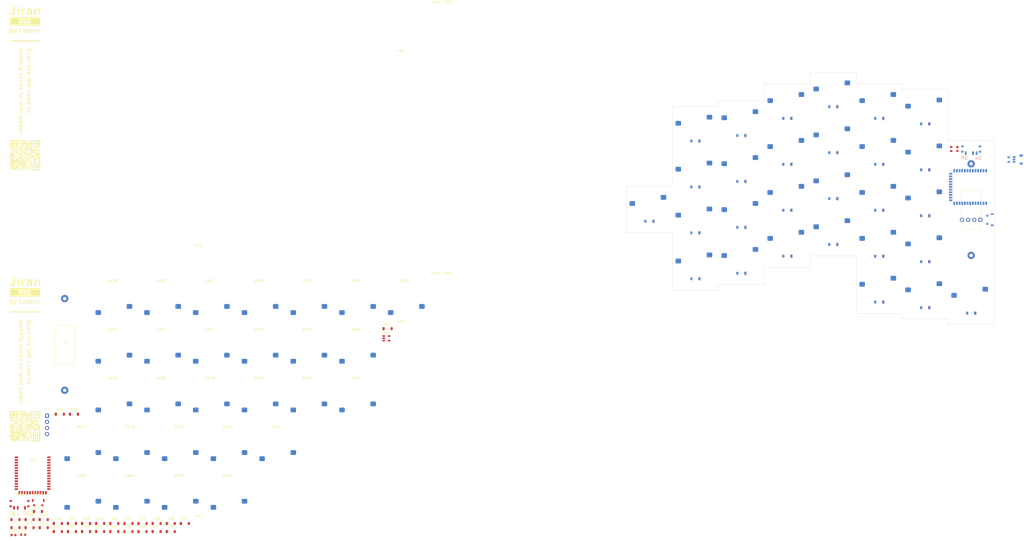
<source format=kicad_pcb>
(kicad_pcb (version 20210424) (generator pcbnew)
  (title_block (title "jiran-ble-lite") (date "2021-06-05") (rev "r0.1") (company "Ladniy"))
  (layers (0 "F.Cu" signal) (31 "B.Cu" signal) (34 "B.Paste" user) (35 "F.Paste" user) (36 "B.SilkS" user "B.Silkscreen") (37 "F.SilkS" user "F.Silkscreen") (38 "B.Mask" user) (39 "F.Mask" user) (44 "Edge.Cuts" user))
  (net 0 "")
  (net 1 "Net-(D1-Pad2)")
  (net 2 "/P0.23")
  (net 3 "Net-(D2-Pad2)")
  (net 4 "Net-(D3-Pad2)")
  (net 5 "Net-(D4-Pad2)")
  (net 6 "Net-(D5-Pad2)")
  (net 7 "Net-(D6-Pad2)")
  (net 8 "Net-(D7-Pad2)")
  (net 9 "/P0.21")
  (net 10 "Net-(D8-Pad2)")
  (net 11 "Net-(D9-Pad2)")
  (net 12 "Net-(D10-Pad2)")
  (net 13 "Net-(D11-Pad2)")
  (net 14 "Net-(D12-Pad2)")
  (net 15 "Net-(D13-Pad2)")
  (net 16 "/P0.19")
  (net 17 "Net-(D14-Pad2)")
  (net 18 "Net-(D15-Pad2)")
  (net 19 "Net-(D16-Pad2)")
  (net 20 "Net-(D17-Pad2)")
  (net 21 "Net-(D18-Pad2)")
  (net 22 "Net-(D19-Pad2)")
  (net 23 "/P1.03")
  (net 24 "Net-(D20-Pad2)")
  (net 25 "Net-(D21-Pad2)")
  (net 26 "Net-(D22-Pad2)")
  (net 27 "Net-(D23-Pad2)")
  (net 28 "Net-(D24-Pad2)")
  (net 29 "Net-(D25-Pad2)")
  (net 30 "/P1.01")
  (net 31 "Net-(D26-Pad2)")
  (net 32 "Net-(D27-Pad2)")
  (net 33 "Net-(D28-Pad2)")
  (net 34 "Net-(D29-Pad2)")
  (net 35 "Net-(D29-Pad1)")
  (net 36 "Net-(D30-Pad2)")
  (net 37 "/jiran-ble-lite-right/P0.23")
  (net 38 "Net-(D31-Pad2)")
  (net 39 "Net-(D32-Pad2)")
  (net 40 "Net-(D33-Pad2)")
  (net 41 "Net-(D34-Pad2)")
  (net 42 "Net-(D35-Pad2)")
  (net 43 "Net-(D36-Pad2)")
  (net 44 "/jiran-ble-lite-right/P0.21")
  (net 45 "Net-(D37-Pad2)")
  (net 46 "Net-(D38-Pad2)")
  (net 47 "Net-(D39-Pad2)")
  (net 48 "Net-(D40-Pad2)")
  (net 49 "Net-(D41-Pad2)")
  (net 50 "Net-(D42-Pad2)")
  (net 51 "/jiran-ble-lite-right/P0.19")
  (net 52 "Net-(D43-Pad2)")
  (net 53 "Net-(D44-Pad2)")
  (net 54 "Net-(D45-Pad2)")
  (net 55 "Net-(D46-Pad2)")
  (net 56 "Net-(D47-Pad2)")
  (net 57 "Net-(D48-Pad2)")
  (net 58 "/jiran-ble-lite-right/P1.03")
  (net 59 "Net-(D49-Pad2)")
  (net 60 "Net-(D50-Pad2)")
  (net 61 "Net-(D51-Pad2)")
  (net 62 "Net-(D52-Pad2)")
  (net 63 "Net-(D53-Pad2)")
  (net 64 "Net-(D54-Pad2)")
  (net 65 "/jiran-ble-lite-right/P1.01")
  (net 66 "Net-(D55-Pad2)")
  (net 67 "Net-(D56-Pad2)")
  (net 68 "Net-(D57-Pad2)")
  (net 69 "Net-(D58-Pad2)")
  (net 70 "Net-(D58-Pad1)")
  (net 71 "GND")
  (net 72 "/VBAT")
  (net 73 "/SWC")
  (net 74 "/SWD")
  (net 75 "/nRF_VDD")
  (net 76 "/jiran-ble-lite-right/VBAT")
  (net 77 "/jiran-ble-lite-right/SWC")
  (net 78 "/jiran-ble-lite-right/SWD")
  (net 79 "/jiran-ble-lite-right/nRF_VDD")
  (net 80 "/BLUE_LED")
  (net 81 "Net-(LED1-Pad1)")
  (net 82 "/jiran-ble-lite-right/BLUE_LED")
  (net 83 "Net-(LED2-Pad1)")
  (net 84 "/P0.03")
  (net 85 "/P0.02")
  (net 86 "/P0.28")
  (net 87 "/P0.29")
  (net 88 "/P0.30")
  (net 89 "/P0.31")
  (net 91 "/jiran-ble-lite-right/P0.03")
  (net 92 "/jiran-ble-lite-right/P0.02")
  (net 93 "/jiran-ble-lite-right/P0.28")
  (net 94 "/jiran-ble-lite-right/P0.29")
  (net 95 "/jiran-ble-lite-right/P0.30")
  (net 96 "/jiran-ble-lite-right/P0.31")
  (net 98 "/RESET")
  (net 99 "/jiran-ble-lite-right/RESET")
  (footprint "jiran-ble-lite:Switch_Mx_Hotswap_1u" (layer "F.Cu") (at -43.456 134.399)
    (fp_text reference "SW52")
    (fp_text value "SW_Push")
  )
  (footprint "jiran-ble-lite:Switch_Mx_Hotswap_1u" (layer "F.Cu") (at -83.856 154.599)
    (fp_text reference "SW47")
    (fp_text value "SW_Push")
  )
  (footprint "jiran-ble-lite:Hole_Mount_M4" (layer "F.Cu") (at -25.556 14.479)
    (fp_text reference "HM4")
    (fp_text value "CaseHole")
  )
  (footprint "jiran-ble-lite:SOT-23-5" (layer "F.Cu") (at -51.076 150.174)
    (fp_text reference "U4")
    (fp_text value "AP2112K-3.3")
  )
  (footprint "jiran-ble-lite:Switch_Mx_Hotswap_1u" (layer "F.Cu") (at -63.656 154.599)
    (fp_text reference "SW39")
    (fp_text value "SW_Push")
  )
  (footprint "jiran-ble-lite:D_SOD-123" (layer "F.Cu") (at -140.446 230.324)
    (fp_text reference "D39")
    (fp_text value "1N5819")
  )
  (footprint "jiran-ble-lite:Hole_Mount_M4" (layer "F.Cu") (at -30.756 132.099)
    (fp_text reference "HM6")
    (fp_text value "CaseHole")
  )
  (footprint "jiran-ble-lite:Switch_Mx_Hotswap_1u" (layer "F.Cu") (at 153.162 130.302 180)
    (fp_text reference "SW26")
    (fp_text value "SW_Push")
  )
  (footprint "jiran-ble-lite:Hole_Mount_M4" (layer "F.Cu") (at -45.106 147.099)
    (fp_text reference "HM9")
    (fp_text value "CaseHole")
  )
  (footprint "jiran-ble-lite:Switch_Mx_Hotswap_1u" (layer "F.Cu") (at 172.212 113.538 180)
    (fp_text reference "SW24")
    (fp_text value "SW_Push")
  )
  (footprint "jiran-ble-lite:TS-1086E" (layer "F.Cu") (at -195.376 218.029)
    (fp_text reference "SWT2")
    (fp_text value "SW_Push")
  )
  (footprint "jiran-ble-lite:Hole_Mount_M4" (layer "F.Cu") (at -45.106 34.679)
    (fp_text reference "HM1")
    (fp_text value "CaseHole")
  )
  (footprint "jiran-ble-lite:Switch_Mx_Hotswap_1u" (layer "F.Cu") (at 153.162 73.152 180)
    (fp_text reference "SW11")
    (fp_text value "SW_Push")
  )
  (footprint "jiran-ble-lite:Switch_Mx_Hotswap_1u" (layer "F.Cu") (at 134.112 68.326 180)
    (fp_text reference "SW10")
    (fp_text value "SW_Push")
  )
  (footprint "jiran-ble-lite:Switch_Mx_Hotswap_1u" (layer "F.Cu") (at -177.556 215.199)
    (fp_text reference "SW53")
    (fp_text value "SW_Push")
  )
  (footprint "jiran-ble-lite:LED_0603" (layer "F.Cu") (at -205.611 231.759)
    (fp_text reference "LED2")
    (fp_text value "BT")
  )
  (footprint "jiran-ble-lite:Holyiot-18010-nRF52840" (layer "F.Cu") (at -197.716 205.209)
    (fp_text reference "U3")
    (fp_text value "HOLYIOT-18010-NRF52840_Simple")
  )
  (footprint "jiran-ble-lite:Switch_Mx_Hotswap_1u" (layer "F.Cu") (at -104.056 174.799)
    (fp_text reference "SW49")
    (fp_text value "SW_Push")
  )
  (footprint "jiran-ble-lite:Switch_Mx_Hotswap_1u" (layer "F.Cu") (at -164.656 134.399)
    (fp_text reference "SW38")
    (fp_text value "SW_Push")
  )
  (footprint "jiran-ble-lite:Switch_Mx_Hotswap_1u" (layer "F.Cu") (at -164.656 174.799)
    (fp_text reference "SW36")
    (fp_text value "SW_Push")
  )
  (footprint "jiran-ble-lite:D_SOD-123" (layer "F.Cu") (at -169.696 230.324)
    (fp_text reference "D33")
    (fp_text value "1N5819")
  )
  (footprint "jiran-ble-lite:Switch_Mx_Hotswap_1u" (layer "F.Cu") (at 172.212 132.588 180)
    (fp_text reference "SW27")
    (fp_text value "SW_Push")
  )
  (footprint "jiran-ble-lite:D_SOD-123" (layer "F.Cu") (at -157.996 230.324)
    (fp_text reference "D55")
    (fp_text value "1N5819")
  )
  (footprint "jiran-ble-lite:Switch_Mx_Hotswap_1u" (layer "F.Cu") (at 115.062 92.202 180)
    (fp_text reference "SW15")
    (fp_text value "SW_Push")
  )
  (footprint "jiran-ble-lite:Switch_Mx_Hotswap_1u" (layer "F.Cu") (at -116.956 194.999)
    (fp_text reference "SW30")
    (fp_text value "SW_Push")
  )
  (footprint "jiran-ble-lite:MSK-12C02" (layer "F.Cu") (at -203.126 218.724)
    (fp_text reference "SW58")
    (fp_text value "SW_DPDT")
  )
  (footprint "jiran-ble-lite:D_SOD-123" (layer "F.Cu") (at -146.296 226.974)
    (fp_text reference "D36")
    (fp_text value "1N5819")
  )
  (footprint "jiran-ble-lite:D_SOD-123" (layer "F.Cu") (at -163.846 230.324)
    (fp_text reference "D51")
    (fp_text value "1N5819")
  )
  (footprint "jiran-ble-lite:D_SOD-123" (layer "F.Cu") (at -50.576 146.174)
    (fp_text reference "D57")
    (fp_text value "1N5819")
  )
  (footprint "jiran-ble-lite:Switch_Mx_Hotswap_1u" (layer "F.Cu") (at -144.456 134.399)
    (fp_text reference "SW50")
    (fp_text value "SW_Push")
  )
  (footprint "jiran-ble-lite:D_SOD-123" (layer "F.Cu") (at -181.396 226.974)
    (fp_text reference "D42")
    (fp_text value "1N5819")
  )
  (footprint "jiran-ble-lite:D_SOD-123" (layer "F.Cu") (at -198.946 228.704)
    (fp_text reference "D46")
    (fp_text value "1N5819")
  )
  (footprint "jiran-ble-lite:logotype" (layer "F.Cu") (at -200.933154 169.804741)
    (fp_text reference "G2" hide)
    (fp_text value "Logo-Jiran-BLE" hide)
  )
  (footprint "jiran-ble-lite:D_SOD-123" (layer "F.Cu") (at -204.796 225.354)
    (fp_text reference "D54")
    (fp_text value "1N5819")
  )
  (footprint "jiran-ble-lite:Hole_Mount_M4" (layer "F.Cu") (at -30.756 14.479)
    (fp_text reference "HM2")
    (fp_text value "CaseHole")
  )
  (footprint "jiran-ble-lite:Switch_Mx_Hotswap_1u" (layer "F.Cu") (at -104.056 154.599)
    (fp_text reference "SW32")
    (fp_text value "SW_Push")
  )
  (footprint "jiran-ble-lite:Switch_Mx_Hotswap_1u" (layer "F.Cu") (at -104.056 134.399)
    (fp_text reference "SW56")
    (fp_text value "SW_Push")
  )
  (footprint "jiran-ble-lite:D_SOD-123" (layer "F.Cu") (at -175.546 230.324)
    (fp_text reference "D56")
    (fp_text value "1N5819")
  )
  (footprint "jiran-ble-lite:Switch_Mx_Hotswap_1u" (layer "F.Cu") (at 172.212 94.488 180)
    (fp_text reference "SW18")
    (fp_text value "SW_Push")
  )
  (footprint "jiran-ble-lite:Switch_Mx_Hotswap_1u" (layer "F.Cu") (at 115.062 111.252 180)
    (fp_text reference "SW21")
    (fp_text value "SW_Push")
  )
  (footprint "jiran-ble-lite:Connector_THT_1x4_2.54" (layer "F.Cu") (at -191.731 186.104)
    (fp_text reference "J4")
    (fp_text value "SWD")
  )
  (footprint "jiran-ble-lite:Switch_Mx_Hotswap_1u" (layer "F.Cu") (at 76.962 120.65 180)
    (fp_text reference "SW19")
    (fp_text value "SW_Push")
  )
  (footprint "jiran-ble-lite:R_0603" (layer "F.Cu") (at 183.007 71.628 90)
    (fp_text reference "R1" hide)
    (fp_text value "1k" hide)
  )
  (footprint "jiran-ble-lite:R_0603" (layer "F.Cu") (at -201.601 231.634)
    (fp_text reference "R2")
    (fp_text value "1k")
  )
  (footprint "jiran-ble-lite:D_SOD-123" (layer "F.Cu") (at -187.246 230.324)
    (fp_text reference "D40")
    (fp_text value "1N5819")
  )
  (footprint "jiran-ble-lite:Hole_Mount_M4" (layer "F.Cu") (at -30.756 126.899)
    (fp_text reference "HM10")
    (fp_text value "CaseHole")
  )
  (footprint "jiran-ble-lite:Switch_Mx_Hotswap_1u" (layer "F.Cu") (at -144.456 154.599)
    (fp_text reference "SW34")
    (fp_text value "SW_Push")
  )
  (footprint "jiran-ble-lite:Switch_Mx_Hotswap_1u" (layer "F.Cu") (at 76.962 82.55 180)
    (fp_text reference "SW7")
    (fp_text value "SW_Push")
  )
  (footprint "jiran-ble-lite:D_SOD-123" (layer "F.Cu") (at -193.096 228.704)
    (fp_text reference "D50")
    (fp_text value "1N5819")
  )
  (footprint "jiran-ble-lite:Switch_Mx_Hotswap_1u" (layer "F.Cu") (at 96.012 118.364 180)
    (fp_text reference "SW20")
    (fp_text value "SW_Push")
  )
  (footprint "jiran-ble-lite:Switch_Mx_Hotswap_1u" (layer "F.Cu") (at 115.062 54.102 180)
    (fp_text reference "SW3")
    (fp_text value "SW_Push")
  )
  (footprint "jiran-ble-lite:Switch_Mx_Hotswap_1u" (layer "F.Cu") (at -63.656 134.399)
    (fp_text reference "SW48")
    (fp_text value "SW_Push")
  )
  (footprint "jiran-ble-lite:Battery_Holder_CR123A" (layer "F.Cu") (at -184.406 152.699)
    (fp_text reference "J3")
    (fp_text value "BATT")
  )
  (footprint "jiran-ble-lite:D_SOD-123" (layer "F.Cu") (at -193.096 225.354)
    (fp_text reference "D53")
    (fp_text value "1N5819")
  )
  (footprint "jiran-ble-lite:D_SOD-123" (layer "F.Cu") (at -187.246 226.974)
    (fp_text reference "D49")
    (fp_text value "1N5819")
  )
  (footprint "jiran-ble-lite:D_SOD-123" (layer "F.Cu") (at -134.596 226.974)
    (fp_text reference "D43")
    (fp_text value "1N5819")
  )
  (footprint "jiran-ble-lite:Switch_Mx_Hotswap_1u" (layer "F.Cu") (at 134.112 87.376 180)
    (fp_text reference "SW16")
    (fp_text value "SW_Push")
  )
  (footprint "jiran-ble-lite:logotype" (layer "F.Cu") (at -200.933154 57.384741)
    (fp_text reference "G1" hide)
    (fp_text value "Logo-Jiran-BLE" hide)
  )
  (footprint "jiran-ble-lite:D_SOD-123" (layer "F.Cu") (at -186.426 181.644)
    (fp_text reference "D41")
    (fp_text value "1N5819")
  )
  (footprint "jiran-ble-lite:Battery_Holder_CR123A" (layer "F.Cu") (at 191.262 96.774)
    (fp_text reference "J1" hide)
    (fp_text value "BATT")
  )
  (footprint "jiran-ble-lite:Switch_Mx_Hotswap_1u" (layer "F.Cu") (at 96.012 80.264 180)
    (fp_text reference "SW8")
    (fp_text value "SW_Push")
  )
  (footprint "jiran-ble-lite:Switch_Mx_Hotswap_1u" (layer "F.Cu") (at -144.456 174.799)
    (fp_text reference "SW35")
    (fp_text value "SW_Push")
  )
  (footprint "jiran-ble-lite:LED_0603" (layer "F.Cu") (at 185.547 71.628 -90)
    (fp_text reference "LED1" hide)
    (fp_text value "BT" hide)
  )
  (footprint "jiran-ble-lite:Switch_Mx_Hotswap_1u" (layer "F.Cu") (at -124.256 154.599)
    (fp_text reference "SW37")
    (fp_text value "SW_Push")
  )
  (footprint "jiran-ble-lite:Hole_Mount_M4" (layer "F.Cu") (at -129.126 115.479)
    (fp_text reference "HM5")
    (fp_text value "CaseHole")
  )
  (footprint "jiran-ble-lite:D_SOD-123" (layer "F.Cu") (at -163.846 226.974)
    (fp_text reference "D52")
    (fp_text value "1N5819")
  )
  (footprint "jiran-ble-lite:D_SOD-123" (layer "F.Cu") (at -157.996 226.974)
    (fp_text reference "D34")
    (fp_text value "1N5819")
  )
  (footprint "jiran-ble-lite:Switch_Mx_Hotswap_1u" (layer "F.Cu") (at 172.212 56.388 180)
    (fp_text reference "SW6")
    (fp_text value "SW_Push")
  )
  (footprint "jiran-ble-lite:D_SOD-123" (layer "F.Cu") (at -175.546 226.974)
    (fp_text reference "D32")
    (fp_text value "1N5819")
  )
  (footprint "jiran-ble-lite:D_SOD-123" (layer "F.Cu") (at -152.146 230.324)
    (fp_text reference "D30")
    (fp_text value "1N5819")
  )
  (footprint "jiran-ble-lite:Switch_Mx_Hotswap_1u" (layer "F.Cu") (at 153.162 111.252 180)
    (fp_text reference "SW23")
    (fp_text value "SW_Push")
  )
  (footprint "jiran-ble-lite:Switch_Mx_Hotswap_1u" (layer "F.Cu") (at 153.162 54.102 180)
    (fp_text reference "SW5")
    (fp_text value "SW_Push")
  )
  (footprint "jiran-ble-lite:Connector_THT_1x4_2.54" (layer "F.Cu") (at 191.262 100.965 -90)
    (fp_text reference "J2" hide)
    (fp_text value "SWD")
  )
  (footprint "jiran-ble-lite:Switch_Mx_Hotswap_1u" (layer "F.Cu") (at 96.012 99.314 180)
    (fp_text reference "SW14")
    (fp_text value "SW_Push")
  )
  (footprint "jiran-ble-lite:Switch_Mx_Hotswap_1u" (layer "F.Cu") (at 76.962 63.5 180)
    (fp_text reference "SW1")
    (fp_text value "SW_Push")
  )
  (footprint "jiran-ble-lite:Switch_Mx_Hotswap_1u" (layer "F.Cu") (at -83.856 134.399)
    (fp_text reference "SW57")
    (fp_text value "SW_Push")
  )
  (footprint "jiran-ble-lite:D_SOD-123" (layer "F.Cu") (at -198.946 225.354)
    (fp_text reference "D58")
    (fp_text value "B5819W")
  )
  (footprint "jiran-ble-lite:D_SOD-123" (layer "F.Cu") (at -180.576 181.644)
    (fp_text reference "D38")
    (fp_text value "1N5819")
  )
  (footprint "jiran-ble-lite:D_SOD-123" (layer "F.Cu") (at -204.796 228.704)
    (fp_text reference "D45")
    (fp_text value "1N5819")
  )
  (footprint "jiran-ble-lite:Switch_Mx_Hotswap_1u" (layer "F.Cu") (at -116.956 215.199)
    (fp_text reference "SW40")
    (fp_text value "SW_Push")
  )
  (footprint "jiran-ble-lite:D_SOD-123" (layer "F.Cu") (at -146.296 230.324)
    (fp_text reference "D37")
    (fp_text value "1N5819")
  )
  (footprint "jiran-ble-lite:Switch_Mx_Hotswap_1u" (layer "F.Cu") (at 191.262 134.874 180)
    (fp_text reference "SW28")
    (fp_text value "SW_Push")
  )
  (footprint "jiran-ble-lite:Switch_Mx_Hotswap_1u" (layer "F.Cu") (at 153.162 92.202 180)
    (fp_text reference "SW17")
    (fp_text value "SW_Push")
  )
  (footprint "jiran-ble-lite:Switch_Mx_Hotswap_1u" (layer "F.Cu") (at 172.212 75.438 180)
    (fp_text reference "SW12")
    (fp_text value "SW_Push")
  )
  (footprint "jiran-ble-lite:Hole_Mount_M4" (layer "F.Cu") (at -129.126 227.899)
    (fp_text reference "HM7")
    (fp_text value "CaseHole")
  )
  (footprint "jiran-ble-lite:Switch_Mx_Hotswap_1u" (layer "F.Cu") (at -124.256 134.399)
    (fp_text reference "SW51")
    (fp_text value "SW_Push")
  )
  (footprint "jiran-ble-lite:Switch_Mx_Hotswap_1u" (layer "F.Cu") (at -124.256 174.799)
    (fp_text reference "SW45")
    (fp_text value "SW_Push")
  )
  (footprint "jiran-ble-lite:Hole_Mount_M4" (layer "F.Cu") (at -25.556 126.899)
    (fp_text reference "HM8")
    (fp_text value "CaseHole")
  )
  (footprint "jiran-ble-lite:Switch_Mx_Hotswap_1u" (layer "F.Cu") (at -164.656 154.599)
    (fp_text reference "SW43")
    (fp_text value "SW_Push")
  )
  (footprint "jiran-ble-lite:Switch_Mx_Hotswap_1u" (layer "F.Cu") (at 115.062 73.152 180)
    (fp_text reference "SW9")
    (fp_text value "SW_Push")
  )
  (footprint "jiran-ble-lite:D_SOD-123" (layer "F.Cu") (at -169.696 226.974)
    (fp_text reference "D35")
    (fp_text value "1N5819")
  )
  (footprint "jiran-ble-lite:Switch_Mx_Hotswap_1u" (layer "F.Cu") (at -83.856 174.799)
    (fp_text reference "SW55")
    (fp_text value "SW_Push")
  )
  (footprint "jiran-ble-lite:D_SOD-123" (layer "F.Cu") (at -195.496 222.004)
    (fp_text reference "D44")
    (fp_text value "1N5819")
  )
  (footprint "jiran-ble-lite:Switch_Mx_Hotswap_1u" (layer "F.Cu") (at 76.962 101.6 180)
    (fp_text reference "SW13")
    (fp_text value "SW_Push")
  )
  (footprint "jiran-ble-lite:Switch_Mx_Hotswap_1u" (layer "F.Cu") (at 134.112 106.426 180)
    (fp_text reference "SW22")
    (fp_text value "SW_Push")
  )
  (footprint "jiran-ble-lite:D_SOD-123" (layer "F.Cu") (at -152.146 226.974)
    (fp_text reference "D31")
    (fp_text value "1N5819")
  )
  (footprint "jiran-ble-lite:Switch_Mx_Hotswap_1u" (layer "F.Cu") (at -157.356 194.999)
    (fp_text reference "SW46")
    (fp_text value "SW_Push")
  )
  (footprint "jiran-ble-lite:D_SOD-123" (layer "F.Cu") (at -181.396 230.324)
    (fp_text reference "D47")
    (fp_text value "1N5819")
  )
  (footprint "jiran-ble-lite:D_SOD-123" (layer "F.Cu") (at -140.446 226.974)
    (fp_text reference "D48")
    (fp_text value "1N5819")
  )
  (footprint "jiran-ble-lite:Switch_Mx_Hotswap_1u" (layer "F.Cu") (at -157.356 215.199)
    (fp_text reference "SW54")
    (fp_text value "SW_Push")
  )
  (footprint "jiran-ble-lite:Switch_Mx_Hotswap_1u" (layer "F.Cu") (at -177.556 194.999)
    (fp_text reference "SW44")
    (fp_text value "SW_Push")
  )
  (footprint "jiran-ble-lite:Switch_Mx_Hotswap_1u" (layer "F.Cu") (at -137.156 194.999)
    (fp_text reference "SW41")
    (fp_text value "SW_Push")
  )
  (footprint "jiran-ble-lite:Switch_Mx_Hotswap_1u" (layer "F.Cu") (at -63.656 174.799)
    (fp_text reference "SW42")
    (fp_text value "SW_Push")
  )
  (footprint "jiran-ble-lite:Switch_Mx_Hotswap_1u" (layer "F.Cu") (at 57.912 96.774 180)
    (fp_text reference "SW25")
    (fp_text value "SW_Push")
  )
  (footprint "jiran-ble-lite:Switch_Mx_Hotswap_1u" (layer "F.Cu") (at -96.756 194.999)
    (fp_text reference "SW31")
    (fp_text value "SW_Push")
  )
  (footprint "jiran-ble-lite:Switch_Mx_Hotswap_1u" (layer "F.Cu") (at 96.012 61.214 180)
    (fp_text reference "SW2")
    (fp_text value "SW_Push")
  )
  (footprint "jiran-ble-lite:Hole_Mount_M4" (layer "F.Cu") (at -30.756 19.679)
    (fp_text reference "HM3")
    (fp_text value "CaseHole")
  )
  (footprint "jiran-ble-lite:Switch_Mx_Hotswap_1u" (layer "F.Cu") (at 134.112 49.276 180)
    (fp_text reference "SW4")
    (fp_text value "SW_Push")
  )
  (footprint "jiran-ble-lite:Switch_Mx_Hotswap_1u" (layer "F.Cu") (at -137.156 215.199)
    (fp_text reference "SW33")
    (fp_text value "SW_Push")
  )
  (footprint "jiran-ble-lite:D_SOD-123" (layer "B.Cu") (at 172.212 80.264 180)
    (fp_text reference "D12")
    (fp_text value "1N5819" hide)
  )
  (footprint "jiran-ble-lite:D_SOD-123" (layer "B.Cu") (at 172.212 137.414 180)
    (fp_text reference "D27")
    (fp_text value "1N5819" hide)
  )
  (footprint "jiran-ble-lite:D_SOD-123" (layer "B.Cu") (at 153.162 77.978 180)
    (fp_text reference "D11")
    (fp_text value "1N5819" hide)
  )
  (footprint "jiran-ble-lite:D_SOD-123" (layer "B.Cu") (at 76.962 106.426 180)
    (fp_text reference "D13")
    (fp_text value "1N5819" hide)
  )
  (footprint "jiran-ble-lite:D_SOD-123" (layer "B.Cu") (at 172.212 61.214 180)
    (fp_text reference "D6")
    (fp_text value "1N5819" hide)
  )
  (footprint "jiran-ble-lite:D_SOD-123" (layer "B.Cu") (at 153.162 58.928 180)
    (fp_text reference "D5")
    (fp_text value "1N5819" hide)
  )
  (footprint "jiran-ble-lite:D_SOD-123" (layer "B.Cu") (at 115.062 77.978 180)
    (fp_text reference "D9")
    (fp_text value "1N5819" hide)
  )
  (footprint "jiran-ble-lite:D_SOD-123" (layer "B.Cu") (at 76.962 125.476 180)
    (fp_text reference "D19")
    (fp_text value "1N5819" hide)
  )
  (footprint "jiran-ble-lite:D_SOD-123" (layer "B.Cu") (at 134.112 54.102 180)
    (fp_text reference "D4")
    (fp_text value "1N5819" hide)
  )
  (footprint "jiran-ble-lite:D_SOD-123" (layer "B.Cu") (at 212.006 76.012 -90)
    (fp_text reference "D29" hide)
    (fp_text value "B5819W" hide)
  )
  (footprint "jiran-ble-lite:D_SOD-123" (layer "B.Cu") (at 57.912 101.6 180)
    (fp_text reference "D25")
    (fp_text value "1N5819" hide)
  )
  (footprint "jiran-ble-lite:D_SOD-123" (layer "B.Cu") (at 96.012 123.19 180)
    (fp_text reference "D20")
    (fp_text value "1N5819" hide)
  )
  (footprint "jiran-ble-lite:D_SOD-123" (layer "B.Cu") (at 134.112 73.152 180)
    (fp_text reference "D10")
    (fp_text value "1N5819" hide)
  )
  (footprint "jiran-ble-lite:SOT-23-5" (layer "B.Cu") (at 207.942 76.012 180)
    (fp_text reference "U2" hide)
    (fp_text value "AP2112K-3.3" hide)
  )
  (footprint "jiran-ble-lite:D_SOD-123" (layer "B.Cu") (at 96.012 104.14 180)
    (fp_text reference "D14")
    (fp_text value "1N5819" hide)
  )
  (footprint "jiran-ble-lite:D_SOD-123" (layer "B.Cu") (at 172.212 118.364 180)
    (fp_text reference "D24")
    (fp_text value "1N5819" hide)
  )
  (footprint "jiran-ble-lite:D_SOD-123" (layer "B.Cu") (at 115.062 58.928 180)
    (fp_text reference "D3")
    (fp_text value "1N5819" hide)
  )
  (footprint "jiran-ble-lite:D_SOD-123" (layer "B.Cu") (at 115.062 97.028 180)
    (fp_text reference "D15")
    (fp_text value "1N5819" hide)
  )
  (footprint "jiran-ble-lite:D_SOD-123" (layer "B.Cu") (at 115.062 116.078 180)
    (fp_text reference "D21")
    (fp_text value "1N5819" hide)
  )
  (footprint "jiran-ble-lite:D_SOD-123" (layer "B.Cu") (at 153.162 116.078 180)
    (fp_text reference "D23")
    (fp_text value "1N5819" hide)
  )
  (footprint "jiran-ble-lite:D_SOD-123" (layer "B.Cu") (at 172.212 99.314 180)
    (fp_text reference "D18")
    (fp_text value "1N5819" hide)
  )
  (footprint "jiran-ble-lite:D_SOD-123" (layer "B.Cu") (at 134.112 111.252 180)
    (fp_text reference "D22")
    (fp_text value "1N5819" hide)
  )
  (footprint "jiran-ble-lite:D_SOD-123" (layer "B.Cu") (at 134.112 92.202 180)
    (fp_text reference "D16")
    (fp_text value "1N5819" hide)
  )
  (footprint "jiran-ble-lite:D_SOD-123" (layer "B.Cu") (at 191.262 139.7 180)
    (fp_text reference "D28")
    (fp_text value "1N5819" hide)
  )
  (footprint "jiran-ble-lite:Holyiot-18010-nRF52840" (layer "B.Cu") (at 191.77 87.376 90)
    (fp_text reference "U1")
    (fp_text value "HOLYIOT-18010-NRF52840_Simple" hide)
  )
  (footprint "jiran-ble-lite:MSK-12C02" (layer "B.Cu") (at 191.262 71.628 180)
    (fp_text reference "SW29")
    (fp_text value "SW_DPDT" hide)
  )
  (footprint "jiran-ble-lite:D_SOD-123" (layer "B.Cu") (at 96.012 85.09 180)
    (fp_text reference "D8")
    (fp_text value "1N5819" hide)
  )
  (footprint "jiran-ble-lite:TS-1086E" (layer "B.Cu") (at 199.39 100.965 90)
    (fp_text reference "SWT1")
    (fp_text value "SW_Push" hide)
  )
  (footprint "jiran-ble-lite:D_SOD-123" (layer "B.Cu") (at 153.162 135.128 180)
    (fp_text reference "D26")
    (fp_text value "1N5819" hide)
  )
  (footprint "jiran-ble-lite:D_SOD-123" (layer "B.Cu") (at 96.012 66.04 180)
    (fp_text reference "D2")
    (fp_text value "1N5819" hide)
  )
  (footprint "jiran-ble-lite:D_SOD-123" (layer "B.Cu") (at 153.162 97.028 180)
    (fp_text reference "D17")
    (fp_text value "1N5819" hide)
  )
  (footprint "jiran-ble-lite:D_SOD-123" (layer "B.Cu") (at 76.962 68.326 180)
    (fp_text reference "D1")
    (fp_text value "1N5819" hide)
  )
  (footprint "jiran-ble-lite:D_SOD-123" (layer "B.Cu") (at 76.962 87.376 180)
    (fp_text reference "D7")
    (fp_text value "1N5819" hide)
  )
  (gr_line (start 181.737 144.399) (end 200.787 144.399) (layer "Edge.Cuts") (width 0.1))
  (gr_line (start 67.437 53.975) (end 67.437 87.249) (layer "Edge.Cuts") (width 0.1))
  (gr_line (start 124.587 44.577) (end 105.537 44.577) (layer "Edge.Cuts") (width 0.1))
  (gr_line (start 86.487 53.975) (end 67.437 53.975) (layer "Edge.Cuts") (width 0.1))
  (gr_line (start 86.487 51.689) (end 86.487 53.975) (layer "Edge.Cuts") (width 0.1))
  (gr_line (start 48.387 106.299) (end 67.437 106.299) (layer "Edge.Cuts") (width 0.1))
  (gr_line (start 143.637 115.951) (end 143.637 139.827) (layer "Edge.Cuts") (width 0.1))
  (gr_line (start 86.487 127.889) (end 105.537 127.889) (layer "Edge.Cuts") (width 0.1))
  (gr_line (start 124.587 120.777) (end 124.587 115.951) (layer "Edge.Cuts") (width 0.1))
  (gr_line (start 200.787 144.399) (end 200.787 68.199) (layer "Edge.Cuts") (width 0.1))
  (gr_line (start 143.637 139.827) (end 162.687 139.827) (layer "Edge.Cuts") (width 0.1))
  (gr_line (start 162.687 142.113) (end 181.737 142.113) (layer "Edge.Cuts") (width 0.1))
  (gr_line (start 67.437 106.299) (end 67.437 130.175) (layer "Edge.Cuts") (width 0.1))
  (gr_line (start 67.437 87.249) (end 48.387 87.249) (layer "Edge.Cuts") (width 0.1))
  (gr_line (start 162.687 139.827) (end 162.687 142.113) (layer "Edge.Cuts") (width 0.1))
  (gr_line (start 105.537 120.777) (end 124.587 120.777) (layer "Edge.Cuts") (width 0.1))
  (gr_line (start 181.737 46.863) (end 181.737 68.199) (layer "Edge.Cuts") (width 0.1))
  (gr_line (start 143.637 39.751) (end 124.587 39.751) (layer "Edge.Cuts") (width 0.1))
  (gr_line (start 143.637 44.577) (end 143.637 39.751) (layer "Edge.Cuts") (width 0.1))
  (gr_line (start 162.687 44.577) (end 143.637 44.577) (layer "Edge.Cuts") (width 0.1))
  (gr_line (start 181.737 142.113) (end 181.737 144.399) (layer "Edge.Cuts") (width 0.1))
  (gr_line (start 124.587 115.951) (end 143.637 115.951) (layer "Edge.Cuts") (width 0.1))
  (gr_line (start 67.437 130.175) (end 86.487 130.175) (layer "Edge.Cuts") (width 0.1))
  (gr_line (start 162.687 46.863) (end 162.687 44.577) (layer "Edge.Cuts") (width 0.1))
  (gr_line (start 124.587 39.751) (end 124.587 44.577) (layer "Edge.Cuts") (width 0.1))
  (gr_line (start 105.537 44.577) (end 105.537 51.689) (layer "Edge.Cuts") (width 0.1))
  (gr_line (start 105.537 127.889) (end 105.537 120.777) (layer "Edge.Cuts") (width 0.1))
  (gr_line (start 86.487 130.175) (end 86.487 127.889) (layer "Edge.Cuts") (width 0.1))
  (gr_line (start 48.387 87.249) (end 48.387 106.299) (layer "Edge.Cuts") (width 0.1))
  (gr_line (start 181.737 68.199) (end 200.787 68.199) (layer "Edge.Cuts") (width 0.1))
  (gr_line (start 181.737 46.863) (end 162.687 46.863) (layer "Edge.Cuts") (width 0.1))
  (gr_line (start 105.537 51.689) (end 86.487 51.689) (layer "Edge.Cuts") (width 0.1))
)
</source>
